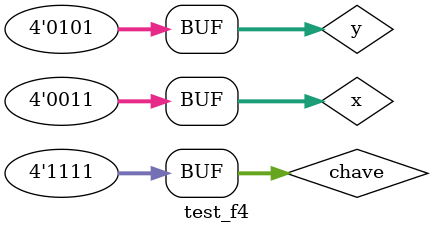
<source format=v>

module f5 (output [3:0] s3, 
input [3:0] a, 
input [3:0] b,
input [3:0] c);
assign s3 = (b & ~c) | (a & c); 
	endmodule // f5	
module f4 (output [3:0] s, 
input [3:0] a, 
input [3:0] b);
assign s = (a | b);
endmodule // f4 

module f3 (output [3:0] s2, 
input [3:0] a, 
input [3:0] b); 
 assign s1 = (a & b); 
	endmodule // f3 
	
module test_f4; 
// ------------------------- definir dados 
reg [3:0] x; 
reg [3:0] y; 
reg [3:0] chave;
wire [3:0] z; 
wire [3:0] k;
wire [3:0] l;
f4 modulo (z, x, y); 
f3 modulo2 (k, x, y); 
f5 modulo3 (l, z, k, chave);
// ------------------------- parte principal 
initial begin 
$display("Exemplo0032 - Gustavo Jota Resende - 427413"); 
$display("Test LU's module"); 
x = 4'b0011; y = 4'b0101; 
#1 chave = 4'b1111;
$monitor("%b (& ou |) %b com chave %b = %b", y, x, chave, l ); 





end 
endmodule // test_f4 

//Testes
// 0000 (& ou |) 0001 com chave 1111 = 0111

</source>
